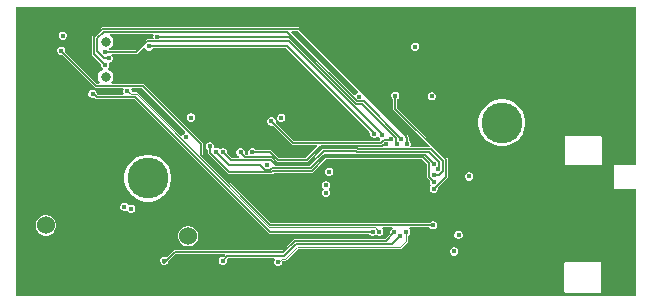
<source format=gbr>
%TF.GenerationSoftware,Altium Limited,Altium Designer,22.8.2 (66)*%
G04 Layer_Physical_Order=4*
G04 Layer_Color=16711680*
%FSLAX45Y45*%
%MOMM*%
%TF.SameCoordinates,DE4C73A7-34E9-4613-BA68-141157798951*%
%TF.FilePolarity,Positive*%
%TF.FileFunction,Copper,L4,Bot,Signal*%
%TF.Part,Single*%
G01*
G75*
%TA.AperFunction,Conductor*%
%ADD35C,0.12700*%
%ADD39C,0.10160*%
%TA.AperFunction,ViaPad*%
%ADD41C,1.52400*%
%TA.AperFunction,ComponentPad*%
%ADD42C,0.81280*%
%ADD43C,1.52400*%
%ADD44C,3.45440*%
%TA.AperFunction,ViaPad*%
%ADD45C,0.45000*%
%ADD46C,0.50000*%
G36*
X7828209Y3658437D02*
X7647940D01*
X7640164Y3655216D01*
X7636943Y3647440D01*
Y3462020D01*
X7640164Y3454244D01*
X7647940Y3451023D01*
X7828209D01*
Y2547691D01*
X2573091D01*
Y4996109D01*
X7828209D01*
Y3658437D01*
D02*
G37*
%LPC*%
G36*
X2981342Y4785000D02*
X2967338D01*
X2954401Y4779641D01*
X2944499Y4769739D01*
X2939140Y4756802D01*
Y4742798D01*
X2944499Y4729861D01*
X2954401Y4719959D01*
X2967338Y4714600D01*
X2981342D01*
X2994279Y4719959D01*
X3004181Y4729861D01*
X3009540Y4742798D01*
Y4756802D01*
X3004181Y4769739D01*
X2994279Y4779641D01*
X2981342Y4785000D01*
D02*
G37*
G36*
X5963302Y4691020D02*
X5949298D01*
X5936361Y4685661D01*
X5926459Y4675759D01*
X5921100Y4662822D01*
Y4648818D01*
X5926459Y4635881D01*
X5936361Y4625979D01*
X5949298Y4620620D01*
X5963302D01*
X5976239Y4625979D01*
X5986141Y4635881D01*
X5991500Y4648818D01*
Y4662822D01*
X5986141Y4675759D01*
X5976239Y4685661D01*
X5963302Y4691020D01*
D02*
G37*
G36*
X4970020Y4823614D02*
X3308522D01*
X3302081Y4822332D01*
X3296620Y4818683D01*
X3228267Y4750331D01*
X3224618Y4744870D01*
X3223337Y4738428D01*
Y4593190D01*
X3224618Y4586748D01*
X3228267Y4581287D01*
X3298567Y4510987D01*
X3297280Y4507882D01*
Y4493878D01*
X3302639Y4480941D01*
X3310032Y4473548D01*
X3309799Y4464685D01*
X3309614Y4463696D01*
X3307838Y4459241D01*
X3294716Y4451665D01*
X3282495Y4439444D01*
X3273853Y4424476D01*
X3269380Y4407782D01*
Y4390498D01*
X3273853Y4373804D01*
X3282495Y4358836D01*
X3287807Y4353523D01*
X3282547Y4340823D01*
X3264882D01*
X2993013Y4612693D01*
X2994300Y4615798D01*
Y4629802D01*
X2988941Y4642739D01*
X2979039Y4652641D01*
X2966102Y4658000D01*
X2952098D01*
X2939161Y4652641D01*
X2929259Y4642739D01*
X2923900Y4629802D01*
Y4615798D01*
X2929259Y4602861D01*
X2939161Y4592959D01*
X2952098Y4587600D01*
X2966102D01*
X2969207Y4588887D01*
X3246007Y4312087D01*
X3251468Y4308438D01*
X3257910Y4307157D01*
X3478831D01*
X3487317Y4294456D01*
X3485240Y4289442D01*
Y4275438D01*
X3490599Y4262501D01*
X3491927Y4261173D01*
X3486666Y4248473D01*
X3266133D01*
X3261000Y4253607D01*
Y4264042D01*
X3255641Y4276979D01*
X3245739Y4286881D01*
X3232802Y4292240D01*
X3218798D01*
X3205861Y4286881D01*
X3195959Y4276979D01*
X3190600Y4264042D01*
Y4250038D01*
X3195959Y4237101D01*
X3205861Y4227199D01*
X3218798Y4221840D01*
X3232802D01*
X3241537Y4225458D01*
X3247258Y4219737D01*
X3252719Y4216088D01*
X3259161Y4214807D01*
X3559943D01*
X3560511Y4214920D01*
X3561080Y4214807D01*
X3581707D01*
X4719776Y3076737D01*
X4725237Y3073088D01*
X4731679Y3071807D01*
X5564493D01*
X5565779Y3068701D01*
X5575681Y3058799D01*
X5588618Y3053440D01*
X5602622D01*
X5615559Y3058799D01*
X5624803Y3068043D01*
X5633377Y3059469D01*
X5646314Y3054110D01*
X5660318D01*
X5673255Y3059469D01*
X5683157Y3069371D01*
X5688516Y3082308D01*
Y3096312D01*
X5683157Y3109249D01*
X5677419Y3114987D01*
X5682680Y3127687D01*
X5762403D01*
X5764929Y3114987D01*
X5761101Y3113401D01*
X5751199Y3103499D01*
X5745840Y3090562D01*
Y3076558D01*
X5747127Y3073453D01*
X5705487Y3031813D01*
X4940300D01*
X4933858Y3030532D01*
X4928397Y3026883D01*
X4834268Y2932753D01*
X3921760D01*
X3915318Y2931472D01*
X3909857Y2927823D01*
X3854737Y2872703D01*
X3852799Y2874641D01*
X3839862Y2880000D01*
X3825858D01*
X3812921Y2874641D01*
X3803019Y2864739D01*
X3797660Y2851802D01*
Y2837798D01*
X3803019Y2824861D01*
X3812921Y2814959D01*
X3825858Y2809600D01*
X3839862D01*
X3852799Y2814959D01*
X3862701Y2824861D01*
X3868060Y2837798D01*
Y2838414D01*
X3928733Y2899087D01*
X4343220D01*
X4348481Y2886387D01*
X4338267Y2876173D01*
X4335162Y2877460D01*
X4321158D01*
X4308221Y2872101D01*
X4298319Y2862199D01*
X4292960Y2849262D01*
Y2835258D01*
X4298319Y2822321D01*
X4308221Y2812419D01*
X4321158Y2807060D01*
X4335162D01*
X4348099Y2812419D01*
X4358001Y2822321D01*
X4363360Y2835258D01*
Y2849262D01*
X4362073Y2852367D01*
X4373233Y2863527D01*
X4760573D01*
X4766665Y2850826D01*
X4762860Y2841642D01*
Y2827638D01*
X4768219Y2814701D01*
X4778121Y2804799D01*
X4791058Y2799440D01*
X4805062D01*
X4817999Y2804799D01*
X4827901Y2814701D01*
X4833260Y2827638D01*
Y2841399D01*
X4834135Y2842274D01*
X4857750D01*
X4869414Y2847106D01*
X4964913Y2942604D01*
X5826760D01*
X5838424Y2947436D01*
X5893664Y3002676D01*
X5898496Y3014340D01*
Y3057911D01*
X5901939Y3059338D01*
X5911841Y3069239D01*
X5917200Y3082177D01*
Y3096180D01*
X5911841Y3109117D01*
X5905972Y3114987D01*
X5911232Y3127687D01*
X6077573D01*
X6078859Y3124581D01*
X6088761Y3114679D01*
X6101698Y3109320D01*
X6115702D01*
X6128639Y3114679D01*
X6138541Y3124581D01*
X6143900Y3137518D01*
Y3151522D01*
X6138541Y3164459D01*
X6128639Y3174361D01*
X6115702Y3179720D01*
X6101698D01*
X6088761Y3174361D01*
X6078859Y3164459D01*
X6077573Y3161353D01*
X5635611D01*
X5634191Y3162773D01*
X5628730Y3166422D01*
X5622288Y3167703D01*
X4737723D01*
X4162113Y3743313D01*
Y3830661D01*
X4160832Y3837103D01*
X4157183Y3842564D01*
X3663853Y4335893D01*
X3658392Y4339542D01*
X3651951Y4340823D01*
X3387493D01*
X3382233Y4353523D01*
X3387545Y4358836D01*
X3396187Y4373804D01*
X3400660Y4390498D01*
Y4407782D01*
X3396187Y4424476D01*
X3387545Y4439444D01*
X3375324Y4451665D01*
X3360356Y4460307D01*
X3358719Y4460745D01*
X3358321Y4461395D01*
X3356002Y4474622D01*
X3362321Y4480941D01*
X3367680Y4493878D01*
Y4507882D01*
X3367275Y4508860D01*
X3367422Y4521560D01*
X3373646Y4524139D01*
X3380359Y4526919D01*
X3390261Y4536821D01*
X3395620Y4549758D01*
Y4563762D01*
X3390261Y4576699D01*
X3385322Y4581638D01*
X3390583Y4594338D01*
X3596460D01*
X3602902Y4595619D01*
X3608363Y4599268D01*
X3656421Y4647326D01*
X3671402Y4644346D01*
X3673479Y4639331D01*
X3683381Y4629429D01*
X3696318Y4624070D01*
X3710322D01*
X3723259Y4629429D01*
X3733161Y4639331D01*
X3734071Y4641527D01*
X4866522D01*
X5578088Y3929961D01*
X5576801Y3926855D01*
Y3912851D01*
X5582160Y3899914D01*
X5592062Y3890012D01*
X5604999Y3884653D01*
X5619003D01*
X5631940Y3890012D01*
X5633606Y3891679D01*
X5646062Y3889201D01*
X5646547Y3888031D01*
X5656449Y3878130D01*
X5657919Y3865352D01*
X5651039Y3857313D01*
X4929493D01*
X4773553Y4013253D01*
X4774840Y4016358D01*
Y4030362D01*
X4769481Y4043299D01*
X4759579Y4053201D01*
X4746642Y4058560D01*
X4732638D01*
X4719701Y4053201D01*
X4709799Y4043299D01*
X4704440Y4030362D01*
Y4016358D01*
X4709799Y4003421D01*
X4719701Y3993519D01*
X4732638Y3988160D01*
X4746642D01*
X4749747Y3989447D01*
X4910617Y3828577D01*
X4916078Y3824928D01*
X4922520Y3823647D01*
X5121827D01*
X5126687Y3811913D01*
X5029847Y3715073D01*
X4803991D01*
X4742881Y3776183D01*
X4737420Y3779832D01*
X4730978Y3781113D01*
X4608207D01*
X4606921Y3784219D01*
X4597019Y3794121D01*
X4584082Y3799480D01*
X4570078D01*
X4557141Y3794121D01*
X4547239Y3784219D01*
X4541880Y3771282D01*
Y3757278D01*
X4544633Y3750634D01*
X4537809Y3739199D01*
X4525251Y3738315D01*
X4511933Y3751633D01*
X4513220Y3754738D01*
Y3768742D01*
X4507861Y3781679D01*
X4497959Y3791581D01*
X4485022Y3796940D01*
X4471018D01*
X4458081Y3791581D01*
X4448179Y3781679D01*
X4442820Y3768742D01*
Y3754738D01*
X4448179Y3741801D01*
X4458081Y3731899D01*
X4468041Y3727773D01*
X4465515Y3715073D01*
X4403509D01*
X4364351Y3754231D01*
X4365638Y3757337D01*
Y3771340D01*
X4360279Y3784278D01*
X4350377Y3794180D01*
X4337440Y3799539D01*
X4323436D01*
X4310499Y3794180D01*
X4301789Y3785470D01*
X4292679Y3794581D01*
X4279742Y3799940D01*
X4265738D01*
X4264503Y3799428D01*
X4254480Y3808419D01*
Y3822422D01*
X4249122Y3835360D01*
X4239220Y3845262D01*
X4226282Y3850620D01*
X4212279D01*
X4199342Y3845262D01*
X4189440Y3835360D01*
X4184081Y3822422D01*
Y3808419D01*
X4189440Y3795482D01*
X4199342Y3785580D01*
X4202107Y3784434D01*
Y3757351D01*
X4203388Y3750909D01*
X4207037Y3745448D01*
X4372108Y3580377D01*
X4377569Y3576728D01*
X4384011Y3575446D01*
X4737953D01*
X4744395Y3576728D01*
X4749856Y3580377D01*
X4759446Y3589967D01*
X5080467D01*
X5086909Y3591248D01*
X5092370Y3594897D01*
X5199287Y3701815D01*
X6017820D01*
X6056307Y3663327D01*
Y3552740D01*
X6057588Y3546298D01*
X6061237Y3540837D01*
X6079867Y3522207D01*
X6078580Y3519102D01*
Y3505098D01*
X6083939Y3492161D01*
X6092850Y3483250D01*
X6083939Y3474339D01*
X6078580Y3461402D01*
Y3447398D01*
X6083939Y3434461D01*
X6093841Y3424559D01*
X6106778Y3419200D01*
X6120782D01*
X6133719Y3424559D01*
X6143621Y3434461D01*
X6148980Y3447398D01*
Y3461402D01*
X6148004Y3463757D01*
X6227283Y3543036D01*
X6230932Y3548498D01*
X6232213Y3554939D01*
Y3705860D01*
X6230932Y3712302D01*
X6227283Y3717763D01*
X5805493Y4139553D01*
Y4210673D01*
X5808599Y4211959D01*
X5818501Y4221861D01*
X5823860Y4234798D01*
Y4248802D01*
X5818501Y4261739D01*
X5808599Y4271641D01*
X5795662Y4277000D01*
X5781658D01*
X5768721Y4271641D01*
X5758819Y4261739D01*
X5753460Y4248802D01*
Y4234798D01*
X5758819Y4221861D01*
X5768721Y4211959D01*
X5771827Y4210673D01*
Y4132580D01*
X5773108Y4126138D01*
X5776757Y4120677D01*
X6080673Y3816761D01*
X6075412Y3804061D01*
X5921125D01*
X5914982Y3816761D01*
X5918750Y3825858D01*
Y3839862D01*
X5913391Y3852799D01*
X5903489Y3862701D01*
X5900383Y3863987D01*
Y3893251D01*
X5899102Y3899692D01*
X5895453Y3905153D01*
X5891862Y3907553D01*
X5889463Y3911144D01*
X4981923Y4818683D01*
X4976462Y4822332D01*
X4970020Y4823614D01*
D02*
G37*
G36*
X6105542Y4271920D02*
X6091538D01*
X6078601Y4266561D01*
X6068699Y4256659D01*
X6063340Y4243722D01*
Y4229718D01*
X6068699Y4216781D01*
X6078601Y4206879D01*
X6091538Y4201520D01*
X6105542D01*
X6118479Y4206879D01*
X6128381Y4216781D01*
X6133740Y4229718D01*
Y4243722D01*
X6128381Y4256659D01*
X6118479Y4266561D01*
X6105542Y4271920D01*
D02*
G37*
G36*
X4065922Y4091580D02*
X4051918D01*
X4038981Y4086221D01*
X4029079Y4076319D01*
X4023720Y4063382D01*
Y4049378D01*
X4029079Y4036441D01*
X4038981Y4026539D01*
X4051918Y4021180D01*
X4065922D01*
X4078859Y4026539D01*
X4088761Y4036441D01*
X4094120Y4049378D01*
Y4063382D01*
X4088761Y4076319D01*
X4078859Y4086221D01*
X4065922Y4091580D01*
D02*
G37*
G36*
X4830462Y4089040D02*
X4816458D01*
X4803521Y4083681D01*
X4793619Y4073779D01*
X4788260Y4060842D01*
Y4046838D01*
X4793619Y4033901D01*
X4803521Y4023999D01*
X4816458Y4018640D01*
X4830462D01*
X4843399Y4023999D01*
X4853301Y4033901D01*
X4858660Y4046838D01*
Y4060842D01*
X4853301Y4073779D01*
X4843399Y4083681D01*
X4830462Y4089040D01*
D02*
G37*
G36*
X6709834Y4210920D02*
X6670886D01*
X6632687Y4203322D01*
X6596705Y4188417D01*
X6564321Y4166779D01*
X6536781Y4139239D01*
X6515143Y4106855D01*
X6500238Y4070873D01*
X6492640Y4032674D01*
Y3993726D01*
X6500238Y3955527D01*
X6515143Y3919545D01*
X6536781Y3887161D01*
X6564321Y3859621D01*
X6596705Y3837983D01*
X6632687Y3823078D01*
X6670886Y3815480D01*
X6709834D01*
X6748033Y3823078D01*
X6784015Y3837983D01*
X6816399Y3859621D01*
X6843939Y3887161D01*
X6865577Y3919545D01*
X6880482Y3955527D01*
X6888080Y3993726D01*
Y4032674D01*
X6880482Y4070873D01*
X6865577Y4106855D01*
X6843939Y4139239D01*
X6816399Y4166779D01*
X6784015Y4188417D01*
X6748033Y4203322D01*
X6709834Y4210920D01*
D02*
G37*
G36*
X7526020Y3899737D02*
X7236460D01*
X7228684Y3896516D01*
X7225463Y3888740D01*
Y3662680D01*
X7228684Y3654904D01*
X7236460Y3651683D01*
X7526020D01*
X7533796Y3654904D01*
X7537017Y3662680D01*
Y3888740D01*
X7533796Y3896516D01*
X7526020Y3899737D01*
D02*
G37*
G36*
X5235910Y3633470D02*
X5221907D01*
X5208970Y3628111D01*
X5199068Y3618209D01*
X5193709Y3605272D01*
Y3591268D01*
X5199068Y3578331D01*
X5208970Y3568429D01*
X5221907Y3563070D01*
X5235910D01*
X5248848Y3568429D01*
X5258749Y3578331D01*
X5264108Y3591268D01*
Y3605272D01*
X5258749Y3618209D01*
X5248848Y3628111D01*
X5235910Y3633470D01*
D02*
G37*
G36*
X6420502Y3593740D02*
X6406498D01*
X6393561Y3588381D01*
X6383659Y3578479D01*
X6378300Y3565542D01*
Y3551538D01*
X6383659Y3538601D01*
X6393561Y3528699D01*
X6406498Y3523340D01*
X6420502D01*
X6433439Y3528699D01*
X6443341Y3538601D01*
X6448700Y3551538D01*
Y3565542D01*
X6443341Y3578479D01*
X6433439Y3588381D01*
X6420502Y3593740D01*
D02*
G37*
G36*
X5208922Y3517540D02*
X5194918D01*
X5181981Y3512181D01*
X5172079Y3502279D01*
X5166720Y3489342D01*
Y3475338D01*
X5172079Y3462401D01*
X5175593Y3458887D01*
X5180786Y3450590D01*
X5175593Y3442293D01*
X5172079Y3438779D01*
X5166720Y3425842D01*
Y3411838D01*
X5172079Y3398901D01*
X5181981Y3388999D01*
X5194918Y3383640D01*
X5208922D01*
X5221859Y3388999D01*
X5231761Y3398901D01*
X5237120Y3411838D01*
Y3425842D01*
X5231761Y3438779D01*
X5228247Y3442293D01*
X5223054Y3450590D01*
X5228247Y3458887D01*
X5231761Y3462401D01*
X5237120Y3475338D01*
Y3489342D01*
X5231761Y3502279D01*
X5221859Y3512181D01*
X5208922Y3517540D01*
D02*
G37*
G36*
X3712634Y3741020D02*
X3673686D01*
X3635487Y3733422D01*
X3599505Y3718517D01*
X3567121Y3696879D01*
X3539581Y3669339D01*
X3517943Y3636955D01*
X3503038Y3600973D01*
X3495440Y3562774D01*
Y3523826D01*
X3503038Y3485627D01*
X3517943Y3449645D01*
X3539581Y3417261D01*
X3567121Y3389721D01*
X3599505Y3368083D01*
X3635487Y3353178D01*
X3673686Y3345580D01*
X3712634D01*
X3750833Y3353178D01*
X3786815Y3368083D01*
X3819199Y3389721D01*
X3846739Y3417261D01*
X3868377Y3449645D01*
X3883282Y3485627D01*
X3890880Y3523826D01*
Y3562774D01*
X3883282Y3600973D01*
X3868377Y3636955D01*
X3846739Y3669339D01*
X3819199Y3696879D01*
X3786815Y3718517D01*
X3750833Y3733422D01*
X3712634Y3741020D01*
D02*
G37*
G36*
X3502042Y3334660D02*
X3488038D01*
X3475101Y3329301D01*
X3465199Y3319399D01*
X3459840Y3306462D01*
Y3292458D01*
X3465199Y3279521D01*
X3475101Y3269619D01*
X3488038Y3264260D01*
X3502042D01*
X3510252Y3267661D01*
X3523619Y3264281D01*
X3533521Y3254379D01*
X3546458Y3249020D01*
X3560462D01*
X3573399Y3254379D01*
X3583301Y3264281D01*
X3588660Y3277218D01*
Y3291222D01*
X3583301Y3304159D01*
X3573399Y3314061D01*
X3560462Y3319420D01*
X3546458D01*
X3538248Y3316019D01*
X3524881Y3319399D01*
X3514979Y3329301D01*
X3502042Y3334660D01*
D02*
G37*
G36*
X2840930Y3229610D02*
X2818190D01*
X2796226Y3223725D01*
X2776534Y3212355D01*
X2760455Y3196276D01*
X2749085Y3176584D01*
X2743200Y3154620D01*
Y3131880D01*
X2749085Y3109916D01*
X2760455Y3090224D01*
X2776534Y3074145D01*
X2796226Y3062775D01*
X2818190Y3056890D01*
X2840930D01*
X2862894Y3062775D01*
X2882586Y3074145D01*
X2898665Y3090224D01*
X2910035Y3109916D01*
X2915920Y3131880D01*
Y3154620D01*
X2910035Y3176584D01*
X2898665Y3196276D01*
X2882586Y3212355D01*
X2862894Y3223725D01*
X2840930Y3229610D01*
D02*
G37*
G36*
X6331602Y3098440D02*
X6317598D01*
X6304661Y3093081D01*
X6294759Y3083179D01*
X6289400Y3070242D01*
Y3056238D01*
X6294759Y3043301D01*
X6304661Y3033399D01*
X6317598Y3028040D01*
X6331602D01*
X6344539Y3033399D01*
X6354441Y3043301D01*
X6359800Y3056238D01*
Y3070242D01*
X6354441Y3083179D01*
X6344539Y3093081D01*
X6331602Y3098440D01*
D02*
G37*
G36*
X4044890Y3139440D02*
X4022150D01*
X4000186Y3133555D01*
X3980494Y3122185D01*
X3964415Y3106106D01*
X3953045Y3086414D01*
X3947160Y3064450D01*
Y3041710D01*
X3953045Y3019746D01*
X3964415Y3000054D01*
X3980494Y2983975D01*
X4000186Y2972605D01*
X4022150Y2966720D01*
X4044890D01*
X4066854Y2972605D01*
X4086546Y2983975D01*
X4102625Y3000054D01*
X4113995Y3019746D01*
X4119880Y3041710D01*
Y3064450D01*
X4113995Y3086414D01*
X4102625Y3106106D01*
X4086546Y3122185D01*
X4066854Y3133555D01*
X4044890Y3139440D01*
D02*
G37*
G36*
X6293502Y2958740D02*
X6279498D01*
X6266561Y2953381D01*
X6256659Y2943479D01*
X6251300Y2930542D01*
Y2916538D01*
X6256659Y2903601D01*
X6266561Y2893699D01*
X6279498Y2888340D01*
X6293502D01*
X6306439Y2893699D01*
X6316341Y2903601D01*
X6321700Y2916538D01*
Y2930542D01*
X6316341Y2943479D01*
X6306439Y2953381D01*
X6293502Y2958740D01*
D02*
G37*
G36*
X7521114Y2837752D02*
X7231554D01*
X7223778Y2834531D01*
X7220557Y2826755D01*
Y2585455D01*
X7223778Y2577679D01*
X7231554Y2574458D01*
X7521114D01*
X7528890Y2577679D01*
X7532111Y2585455D01*
Y2826755D01*
X7528890Y2834531D01*
X7521114Y2837752D01*
D02*
G37*
%LPD*%
G36*
X3741317Y4754387D02*
X3739240Y4749372D01*
Y4735368D01*
X3741317Y4730354D01*
X3732831Y4717654D01*
X3686109D01*
X3679668Y4716372D01*
X3674207Y4712723D01*
X3589488Y4628004D01*
X3368489D01*
X3365364Y4639669D01*
X3366768Y4641675D01*
X3375324Y4646615D01*
X3387545Y4658836D01*
X3396187Y4673804D01*
X3400660Y4690498D01*
Y4707782D01*
X3396187Y4724476D01*
X3387545Y4739444D01*
X3375324Y4751665D01*
X3370610Y4754387D01*
X3374013Y4767087D01*
X3732831D01*
X3741317Y4754387D01*
D02*
G37*
G36*
X5471916Y4281079D02*
X5468936Y4266098D01*
X5463921Y4264021D01*
X5454019Y4254119D01*
X5451942Y4249104D01*
X5436961Y4246124D01*
X4904872Y4778214D01*
X4909732Y4789947D01*
X4963048D01*
X5471916Y4281079D01*
D02*
G37*
G36*
X4013827Y3938308D02*
X4011864Y3931023D01*
X4009105Y3925069D01*
X3997469Y3920249D01*
X3987567Y3910347D01*
X3985876Y3906265D01*
X3970896Y3903285D01*
X3609286Y4264894D01*
X3597622Y4269726D01*
X3567020D01*
X3555640Y4275438D01*
Y4289442D01*
X3553563Y4294456D01*
X3562049Y4307157D01*
X3644978D01*
X4013827Y3938308D01*
D02*
G37*
D35*
X4843780Y2880360D02*
X4947920Y2984500D01*
X5763260D01*
X3651951Y4323990D02*
X4145280Y3830661D01*
Y3736340D02*
X4730750Y3150870D01*
X4145280Y3736340D02*
Y3830661D01*
X4218940Y3815080D02*
X4219281Y3815421D01*
X4218940Y3757351D02*
Y3815080D01*
X4323080Y3771697D02*
Y3776980D01*
Y3771697D02*
X4330438Y3764339D01*
X4396537Y3698240D01*
X4272740Y3763276D02*
Y3764740D01*
Y3763276D02*
X4383496Y3652520D01*
X3257910Y4323990D02*
X3651951D01*
X4731679Y3088640D02*
X5595620D01*
X3259161Y4231640D02*
X3559943D01*
X3561080D02*
X3588679D01*
X4731679Y3088640D01*
X2959100Y4622800D02*
X3257910Y4323990D01*
X5470381Y3787228D02*
X6090832D01*
X6190400Y3687660D01*
X6076892Y3764368D02*
X6158524Y3682736D01*
X5460912Y3764368D02*
X6076892D01*
X5182846Y3741508D02*
X6038018D01*
X6115214Y3664311D01*
X6024792Y3718648D02*
X6073140Y3670300D01*
X5192314Y3718648D02*
X6024792D01*
X5070998Y3629660D02*
X5182846Y3741508D01*
X4383496Y3652520D02*
X4646208D01*
X4218940Y3757351D02*
X4384011Y3592280D01*
X4737953D02*
X4752473Y3606800D01*
X4384011Y3592280D02*
X4737953D01*
X4752473Y3606800D02*
X5080467D01*
X5052060Y3675380D02*
X5171440Y3794760D01*
X4743004Y3629660D02*
X5070998D01*
X4778081Y3652520D02*
X5061529D01*
X5036820Y3698240D02*
X5156200Y3817620D01*
X5061529Y3652520D02*
X5180909Y3771900D01*
X4797018Y3698240D02*
X5036820D01*
X4732361D02*
X4778081Y3652520D01*
X4787549Y3675380D02*
X5052060D01*
X5156200Y3817620D02*
X5673601D01*
X4396537Y3698240D02*
X4732361D01*
X4683589Y3615140D02*
X4728484D01*
X5171440Y3794760D02*
X5462849D01*
X4646208Y3652520D02*
X4683589Y3615140D01*
X4728484D02*
X4743004Y3629660D01*
X5080467Y3606800D02*
X5192314Y3718648D01*
X4483100Y3756660D02*
X4518660Y3721100D01*
X4741829D01*
X4478020Y3756660D02*
X4483100D01*
X4577080Y3764280D02*
X4730978D01*
X4797018Y3698240D01*
X4741829Y3721100D02*
X4787549Y3675380D01*
X4922520Y3840480D02*
X5664132D01*
X4739640Y4023360D02*
X4922520Y3840480D01*
X5180909Y3771900D02*
X5453380D01*
X5462849Y3794760D02*
X5470381Y3787228D01*
X4873494Y4658360D02*
X5610094Y3921760D01*
X5453380Y3771900D02*
X5460912Y3764368D01*
X4889795Y4700820D02*
X5676900Y3913715D01*
X5664132Y3840480D02*
X5693980Y3870328D01*
X5678578Y3822598D02*
X5705010D01*
X5676900Y3909060D02*
Y3913715D01*
X5676388Y3907970D02*
Y3909060D01*
X5610094Y3921760D02*
X5610860D01*
X5705010Y3822598D02*
X5711190Y3828778D01*
X5673601Y3817620D02*
X5678578Y3822598D01*
X6073140Y3552740D02*
X6113780Y3512100D01*
X6073140Y3552740D02*
Y3670300D01*
X4366260Y2880360D02*
X4843780D01*
X4940300Y3014980D02*
X5024120D01*
X4841240Y2915920D02*
X4940300Y3014980D01*
X5877560Y3893820D02*
Y3899241D01*
X4970020Y4806780D02*
X5877560Y3899241D01*
X3308522Y4806780D02*
X4970020D01*
X5520553Y4192630D02*
X5838165Y3875018D01*
Y3875018D02*
Y3875018D01*
X5466649Y4192630D02*
X5520553D01*
X4875359Y4783920D02*
X5466649Y4192630D01*
X3317991Y4783920D02*
X4875359D01*
X3774440Y4742370D02*
X4602640D01*
X4884771Y4742180D02*
X5457181Y4169770D01*
X4597400Y4742180D02*
X4884771D01*
X5510511Y4169770D02*
X5796615Y3883666D01*
X5457181Y4169770D02*
X5510511D01*
X5796615Y3834155D02*
Y3883666D01*
X3704230Y4658360D02*
X4873494D01*
X3703320Y4659270D02*
X3704230Y4658360D01*
X3686109Y4700820D02*
X4889795D01*
X3240170Y4738428D02*
X3308522Y4806780D01*
X5024120Y3014980D02*
X5712460D01*
X4730750Y3150870D02*
X5622288D01*
X5796615Y3834155D02*
X5800450Y3830320D01*
X5883550Y3832860D02*
Y3893251D01*
X5749928Y3870328D02*
X5750560Y3870960D01*
X5693980Y3870328D02*
X5749928D01*
X6215380Y3554939D02*
Y3705860D01*
X6114841Y3454400D02*
X6215380Y3554939D01*
X6190400Y3600219D02*
Y3687660D01*
X6155030Y3644821D02*
X6158524Y3648315D01*
X5788660Y4132580D02*
X6215380Y3705860D01*
X6158524Y3648315D02*
Y3682736D01*
X6159923Y3569742D02*
X6190400Y3600219D01*
X6116367Y3569742D02*
X6159923D01*
X6155030Y3632350D02*
Y3644821D01*
X6142180Y3619500D02*
X6155030Y3632350D01*
X6113780Y3454400D02*
X6114841D01*
X5622288Y3150870D02*
X5628638Y3144520D01*
X5763260Y2984500D02*
X5831840Y3053080D01*
X5712460Y3014980D02*
X5781040Y3083560D01*
X5628638Y3144520D02*
X6108700D01*
X5788660Y4132580D02*
Y4241800D01*
X3832860Y2827020D02*
X3921760Y2915920D01*
X4328160Y2842260D02*
X4366260Y2880360D01*
X3921760Y2915920D02*
X4841240D01*
X3240170Y4593190D02*
X3332480Y4500880D01*
X3354240Y4562940D02*
X3360420Y4556760D01*
X3319001Y4562940D02*
X3354240D01*
X3263030Y4618912D02*
Y4728959D01*
X3240170Y4593190D02*
Y4738428D01*
X3263030Y4618912D02*
X3319001Y4562940D01*
X3263030Y4728959D02*
X3317991Y4783920D01*
X3596460Y4611171D02*
X3686109Y4700820D01*
X3329531Y4611171D02*
X3596460D01*
X3233761Y4257040D02*
X3259161Y4231640D01*
X3225800Y4257040D02*
X3233761D01*
D39*
X3597622Y4253230D02*
X4721572Y3129280D01*
X5613346D01*
X3549650Y4253230D02*
X3597622D01*
X5613346Y3129280D02*
X5653316Y3089310D01*
X3520440Y4282440D02*
X3549650Y4253230D01*
X4803172Y2834640D02*
X4827302Y2858770D01*
X4857750D02*
X4958080Y2959100D01*
X4798060Y2834640D02*
X4803172D01*
X4827302Y2858770D02*
X4857750D01*
X4962037Y2959100D02*
X5826760D01*
X5882000Y3014340D01*
Y3089178D01*
D41*
X4033520Y3053080D02*
D03*
X4239260D02*
D03*
D42*
X3335020Y4699140D02*
D03*
Y4399140D02*
D03*
D43*
X2829560Y3143250D02*
D03*
Y4413250D02*
D03*
D44*
X3693160Y3543300D02*
D03*
X6690360Y4013200D02*
D03*
D45*
X7715250Y4762500D02*
D03*
X7620000Y4572000D02*
D03*
X7715250Y4381500D02*
D03*
X7620000Y4191000D02*
D03*
X7715250Y4000500D02*
D03*
X7620000Y3810000D02*
D03*
X7715250Y3238500D02*
D03*
X7620000Y3048000D02*
D03*
X7715250Y2857500D02*
D03*
X7620000Y2667000D02*
D03*
X7524750Y4762500D02*
D03*
X7429500Y4572000D02*
D03*
X7524750Y4381500D02*
D03*
X7429500Y4191000D02*
D03*
X7524750Y4000500D02*
D03*
Y3238500D02*
D03*
X7429500Y3048000D02*
D03*
X7334250Y4762500D02*
D03*
X7239000Y4572000D02*
D03*
X7334250Y4381500D02*
D03*
X7239000Y4191000D02*
D03*
X7334250Y4000500D02*
D03*
Y3238500D02*
D03*
X7239000Y3048000D02*
D03*
X7143750Y4762500D02*
D03*
X7048500Y4572000D02*
D03*
X7143750Y4381500D02*
D03*
X7048500Y4191000D02*
D03*
X7143750Y4000500D02*
D03*
X7048500Y3810000D02*
D03*
X7143750Y3619500D02*
D03*
X7048500Y3048000D02*
D03*
X7143750Y2857500D02*
D03*
X7048500Y2667000D02*
D03*
X6953250Y4762500D02*
D03*
X6858000Y4572000D02*
D03*
X6953250Y4381500D02*
D03*
X6858000Y4191000D02*
D03*
X6953250Y4000500D02*
D03*
X6858000Y3810000D02*
D03*
X6953250Y3619500D02*
D03*
Y3238500D02*
D03*
X6858000Y3048000D02*
D03*
X6953250Y2857500D02*
D03*
X6858000Y2667000D02*
D03*
X6762750Y4762500D02*
D03*
X6667500Y4572000D02*
D03*
X6762750Y4381500D02*
D03*
Y3619500D02*
D03*
X6667500Y3048000D02*
D03*
X6762750Y2857500D02*
D03*
X6667500Y2667000D02*
D03*
X6572250Y4762500D02*
D03*
X6477000Y4572000D02*
D03*
X6572250Y4381500D02*
D03*
X6477000Y4191000D02*
D03*
Y3810000D02*
D03*
X6572250Y3619500D02*
D03*
X6477000Y3048000D02*
D03*
X6572250Y2857500D02*
D03*
X6477000Y2667000D02*
D03*
X6381750Y4762500D02*
D03*
X6286500Y4572000D02*
D03*
X6381750Y4381500D02*
D03*
X6286500Y4191000D02*
D03*
X6381750Y4000500D02*
D03*
X6286500Y3810000D02*
D03*
X6381750Y2857500D02*
D03*
X6286500Y2667000D02*
D03*
X6191250Y4762500D02*
D03*
X6096000Y4572000D02*
D03*
X6191250Y4381500D02*
D03*
Y4000500D02*
D03*
X6096000Y2667000D02*
D03*
X6000750Y4762500D02*
D03*
X5905500Y4572000D02*
D03*
X6000750Y4381500D02*
D03*
Y4000500D02*
D03*
X5905500Y2667000D02*
D03*
X5810250Y4762500D02*
D03*
Y2857500D02*
D03*
X5715000Y2667000D02*
D03*
X5619750Y4762500D02*
D03*
X5524500Y4572000D02*
D03*
X5619750Y4381500D02*
D03*
Y2857500D02*
D03*
X5524500Y2667000D02*
D03*
X5429250Y4762500D02*
D03*
X5334000Y4572000D02*
D03*
X5429250Y4000500D02*
D03*
Y2857500D02*
D03*
X5334000Y2667000D02*
D03*
X5238750Y4762500D02*
D03*
X5143500Y4191000D02*
D03*
X5238750Y4000500D02*
D03*
Y2857500D02*
D03*
X5143500Y2667000D02*
D03*
X5048250Y4381500D02*
D03*
Y4000500D02*
D03*
X4953000Y3429000D02*
D03*
X5048250Y3238500D02*
D03*
Y2857500D02*
D03*
X4953000Y2667000D02*
D03*
X4762500Y4572000D02*
D03*
X4857750Y4381500D02*
D03*
Y4000500D02*
D03*
X4762500Y3429000D02*
D03*
X4857750Y3238500D02*
D03*
X4572000Y4572000D02*
D03*
X4667250Y4381500D02*
D03*
X4572000Y4191000D02*
D03*
Y3429000D02*
D03*
Y3048000D02*
D03*
Y2667000D02*
D03*
X4381500Y4572000D02*
D03*
X4476750Y4381500D02*
D03*
X4381500Y4191000D02*
D03*
X4476750Y4000500D02*
D03*
Y3238500D02*
D03*
X4191000Y4572000D02*
D03*
X4286250Y4381500D02*
D03*
X4191000Y3429000D02*
D03*
X4286250Y3238500D02*
D03*
X4000500Y4572000D02*
D03*
X4095750Y4381500D02*
D03*
Y4000500D02*
D03*
Y3619500D02*
D03*
X4000500Y3429000D02*
D03*
X4095750Y3238500D02*
D03*
Y2857500D02*
D03*
X4000500Y2667000D02*
D03*
X3810000Y4572000D02*
D03*
X3905250Y4381500D02*
D03*
X3810000Y3810000D02*
D03*
X3905250Y3619500D02*
D03*
Y3238500D02*
D03*
X3810000Y3048000D02*
D03*
X3714750Y4381500D02*
D03*
Y4000500D02*
D03*
X3619500Y3810000D02*
D03*
X3714750Y3238500D02*
D03*
Y2857500D02*
D03*
X3619500Y2667000D02*
D03*
X3524250Y4000500D02*
D03*
X3429000Y3810000D02*
D03*
Y3429000D02*
D03*
X3524250Y2857500D02*
D03*
X3429000Y2667000D02*
D03*
X3238500Y4191000D02*
D03*
X3333750Y4000500D02*
D03*
X3238500Y3810000D02*
D03*
X3333750Y3619500D02*
D03*
X3238500Y3429000D02*
D03*
X3333750Y2857500D02*
D03*
X3238500Y2667000D02*
D03*
X3048000Y4191000D02*
D03*
X3143250Y4000500D02*
D03*
X3048000Y3810000D02*
D03*
X3143250Y3619500D02*
D03*
X3048000Y3429000D02*
D03*
X3143250Y2857500D02*
D03*
X3048000Y2667000D02*
D03*
X2857500Y4572000D02*
D03*
X2952750Y4381500D02*
D03*
X2857500Y4191000D02*
D03*
X2952750Y4000500D02*
D03*
X2857500Y3810000D02*
D03*
X2952750Y3619500D02*
D03*
X2857500Y3429000D02*
D03*
X2952750Y2857500D02*
D03*
X2857500Y2667000D02*
D03*
X2762250Y4762500D02*
D03*
X2667000Y4572000D02*
D03*
Y4191000D02*
D03*
X2762250Y4000500D02*
D03*
X2667000Y3810000D02*
D03*
X2762250Y3619500D02*
D03*
X2667000Y3429000D02*
D03*
Y3048000D02*
D03*
X2762250Y2857500D02*
D03*
X2667000Y2667000D02*
D03*
X6624320Y3423920D02*
D03*
X6266180Y3291840D02*
D03*
X6451600Y3500120D02*
D03*
X6032500Y3096260D02*
D03*
X6322060Y3436620D02*
D03*
X7795260Y3685540D02*
D03*
X7739380Y3688080D02*
D03*
X7663180D02*
D03*
X7607300Y3655060D02*
D03*
X7797800Y3418840D02*
D03*
X7749540D02*
D03*
X7683500Y3423920D02*
D03*
X7612380Y3454400D02*
D03*
X7564120Y3403600D02*
D03*
X7508240Y3360420D02*
D03*
X7462520Y3307080D02*
D03*
X7378700Y3299460D02*
D03*
X7302500Y3294380D02*
D03*
X7152640Y3291840D02*
D03*
X7076440Y3286760D02*
D03*
X6997700Y3284220D02*
D03*
X6916420Y3286760D02*
D03*
X6830060D02*
D03*
X6738620D02*
D03*
X6652260D02*
D03*
X6573520Y3289300D02*
D03*
X6499860D02*
D03*
X6431280D02*
D03*
X6466840Y3421380D02*
D03*
X7576820Y3586480D02*
D03*
X7442200Y3477260D02*
D03*
X7386320Y3418840D02*
D03*
X7299960Y3413760D02*
D03*
X7198360Y3418840D02*
D03*
X7127240Y3413760D02*
D03*
X7048500Y3423920D02*
D03*
X6964680Y3426460D02*
D03*
X6891020Y3418840D02*
D03*
X6799580Y3421380D02*
D03*
X6715760Y3413760D02*
D03*
X6550660Y3421380D02*
D03*
X6395720Y3418840D02*
D03*
X4219281Y3815421D02*
D03*
X4272740Y3764740D02*
D03*
X4330438Y3764339D02*
D03*
X4017408Y3890408D02*
D03*
X4700799Y3656690D02*
D03*
X4478020Y3761740D02*
D03*
X4577080Y3764280D02*
D03*
X5612001Y3919853D02*
D03*
X5638800Y3655060D02*
D03*
X5228909Y3598270D02*
D03*
X5838165Y3875018D02*
D03*
X5641340Y3550920D02*
D03*
X5542280Y3549100D02*
D03*
X5201920Y3418840D02*
D03*
X5742940Y3261360D02*
D03*
X5849620D02*
D03*
X5537200Y3352800D02*
D03*
X5638800Y3261360D02*
D03*
X5539740D02*
D03*
X5636260Y3352800D02*
D03*
X5745480Y3550920D02*
D03*
X5539740Y3454400D02*
D03*
X5201920Y3482340D02*
D03*
X5539740Y3655060D02*
D03*
X5849620D02*
D03*
X5742940D02*
D03*
X5800450Y3830320D02*
D03*
X5946140Y3655060D02*
D03*
X5676388Y3907970D02*
D03*
X5711190Y3828778D02*
D03*
X5750560Y3870960D02*
D03*
X5883550Y3832860D02*
D03*
X6324600Y3063240D02*
D03*
X6413500Y3558540D02*
D03*
X6286500Y2923540D02*
D03*
X5831840Y3053080D02*
D03*
X5946140Y3261360D02*
D03*
X6148850Y3617429D02*
D03*
X6115214Y3664311D02*
D03*
X5946140Y3454400D02*
D03*
X5781040Y3083560D02*
D03*
X6108700Y3144520D02*
D03*
X6113780Y3454400D02*
D03*
X5595620Y3088640D02*
D03*
X6116367Y3569742D02*
D03*
X5852160Y3550920D02*
D03*
X5653316Y3089310D02*
D03*
X5882000Y3089178D02*
D03*
X6113780Y3512100D02*
D03*
X5948680Y3550920D02*
D03*
X5847080Y3352800D02*
D03*
X5849620Y3454400D02*
D03*
X5943600Y3352800D02*
D03*
X5742940Y3454400D02*
D03*
X5638800D02*
D03*
X5740400Y3352800D02*
D03*
X5483860Y4234180D02*
D03*
X6098540Y4236720D02*
D03*
X5788660Y4241800D02*
D03*
X5956300Y4655820D02*
D03*
X4739640Y4023360D02*
D03*
X4823460Y4053840D02*
D03*
X4058920Y4056380D02*
D03*
X3832860Y2844800D02*
D03*
X4798060Y2834640D02*
D03*
X4328160Y2842260D02*
D03*
X2974340Y4749800D02*
D03*
X3553460Y3284220D02*
D03*
X3495040Y3299460D02*
D03*
X2959100Y4622800D02*
D03*
X3332480Y4500880D02*
D03*
X3360420Y4556760D02*
D03*
X3703320Y4659270D02*
D03*
X3774440Y4742370D02*
D03*
X3329531Y4611171D02*
D03*
X3520440Y4282440D02*
D03*
X3225800Y4257040D02*
D03*
D46*
X5751200Y4447540D02*
D03*
X5831200D02*
D03*
%TF.MD5,aa688ce9f9f65d35205b0cc6163983b1*%
M02*

</source>
